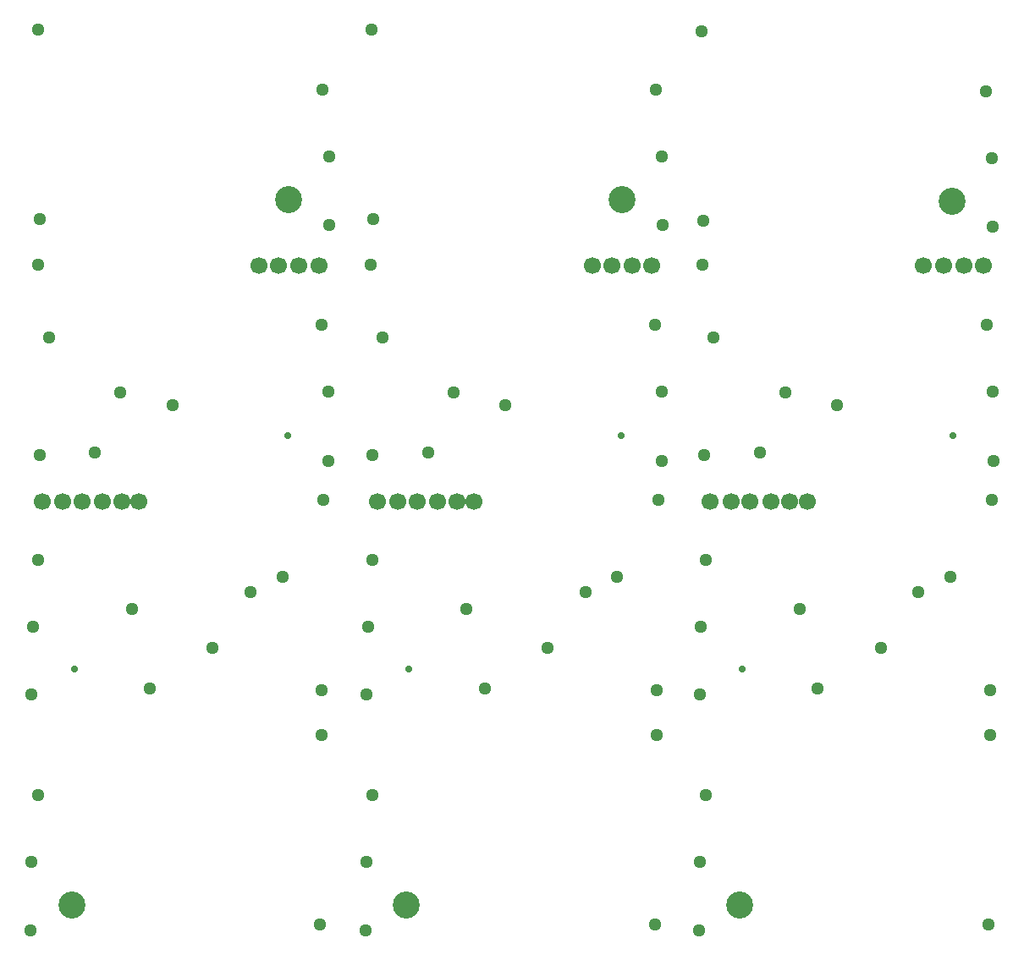
<source format=gbr>
G04 DipTrace 1.50*
%INbottom mask.gbr*%
%MOIN*%
%ADD10C,0.0098*%
%ADD11C,0.0055*%
%ADD12C,0.003*%
%ADD13C,0.0118*%
%ADD14C,0.016*%
%ADD15C,0.0197*%
%ADD16C,0.0157*%
%ADD17C,0.008*%
%ADD18C,0.0039*%
%ADD19C,0.0591*%
%ADD20R,0.0413X0.0315*%
%ADD21R,0.0394X0.0433*%
%ADD22R,0.063X0.0709*%
%ADD23R,0.0433X0.0394*%
%ADD24R,0.0512X0.0591*%
%ADD25R,0.0748X0.0256*%
%ADD26R,0.0571X0.0197*%
%ADD27R,0.0197X0.0571*%
%ADD28R,0.0256X0.0748*%
%ADD29C,0.043*%
%ADD30C,0.0984*%
%ADD31R,0.0709X0.063*%
%ADD32C,0.0433*%
%ADD33R,0.0866X0.0236*%
%ADD34R,0.063X0.0394*%
%ADD35R,0.2441X0.2126*%
%ADD36C,0.0315*%
%ADD37C,0.015*%
%ADD38C,0.0276*%
%ADD39C,0.0787*%
%ADD40R,0.252X0.2205*%
%ADD41R,0.2362X0.2047*%
%ADD42R,0.0709X0.0472*%
%ADD43R,0.0551X0.0315*%
%ADD44R,0.0945X0.0315*%
%ADD45R,0.0787X0.0157*%
%ADD46C,0.0512*%
%ADD47C,0.0354*%
%ADD48R,0.0787X0.0709*%
%ADD49R,0.063X0.0551*%
%ADD50C,0.1063*%
%ADD51C,0.0906*%
%ADD52C,0.0509*%
%ADD53C,0.0351*%
%ADD54R,0.0335X0.0827*%
%ADD55R,0.0177X0.0669*%
%ADD56R,0.0276X0.065*%
%ADD57R,0.0118X0.0492*%
%ADD58R,0.065X0.0276*%
%ADD59R,0.0492X0.0118*%
%ADD60R,0.0827X0.0335*%
%ADD61R,0.0669X0.0177*%
%ADD62R,0.0591X0.0669*%
%ADD63R,0.0433X0.0512*%
%ADD64R,0.0512X0.0472*%
%ADD65R,0.0354X0.0315*%
%ADD66R,0.0709X0.0787*%
%ADD67R,0.0551X0.063*%
%ADD68R,0.0472X0.0512*%
%ADD69R,0.0315X0.0354*%
%ADD70R,0.0492X0.0394*%
%ADD71R,0.0335X0.0236*%
%ADD72C,0.0669*%
%ADD73C,0.0077*%
%FSLAX44Y44*%
%SFA1B1*%
%OFA0B0*%
G04*
G70*
G90*
G75*
G01*
%LNBotMask*%
%LPD*%
D72*
X5214Y21549D3*
X7589D3*
D38*
X6463Y14940D3*
D72*
X6776Y21549D3*
D52*
X5033Y30874D3*
D50*
X6371Y5636D3*
D72*
X13737Y30831D3*
D52*
X16470Y25874D3*
X16220Y28500D3*
X5121Y32676D3*
X16519Y32440D3*
X5059Y40159D3*
D50*
X14908Y33439D3*
D52*
X16496Y35159D3*
X16246Y37786D3*
X16157Y4873D3*
X4759Y4636D3*
X16220Y12356D3*
X4782Y7356D3*
X5033Y9983D3*
D72*
X16099Y30831D3*
X15312D3*
X14525D3*
D52*
X8284Y25831D3*
X5469Y28016D3*
X7280Y23469D3*
X10332Y25339D3*
X5095Y23390D3*
X16493Y23154D3*
X4782Y13936D3*
X16282Y21623D3*
D38*
X14882Y24153D3*
D52*
X16219Y14123D3*
X4844Y16623D3*
X5032Y19248D3*
D72*
X9026Y21549D3*
D46*
X14672Y18582D3*
X13412Y17992D3*
X11922Y15791D3*
X9442Y14171D3*
X8727Y17303D3*
D72*
X8339Y21549D3*
X6026D3*
X18401D3*
X20776D3*
D38*
X19650Y14940D3*
D72*
X19964Y21549D3*
D52*
X18158Y30874D3*
D50*
X19558Y5636D3*
D72*
X26862Y30831D3*
D52*
X29595Y25874D3*
X29344Y28500D3*
X18246Y32676D3*
X29644Y32440D3*
X18184Y40159D3*
D50*
X28033Y33439D3*
D52*
X29621Y35159D3*
X29371Y37786D3*
X29345Y4873D3*
X17947Y4636D3*
X29407Y12356D3*
X17970Y7356D3*
X18220Y9983D3*
D72*
X29224Y30831D3*
X28437D3*
X27649D3*
D52*
X21409Y25831D3*
X18594Y28016D3*
X20405Y23469D3*
X23457Y25339D3*
X18220Y23390D3*
X29618Y23154D3*
X17969Y13936D3*
X29469Y21623D3*
D38*
X28007Y24153D3*
D52*
X29407Y14123D3*
X18032Y16623D3*
X18219Y19248D3*
D72*
X22214Y21549D3*
D46*
X27859Y18582D3*
X26599Y17992D3*
X25109Y15791D3*
X22629Y14171D3*
X21914Y17303D3*
D72*
X21527Y21549D3*
X19214D3*
X31526D3*
X33901D3*
D38*
X32775Y14940D3*
D72*
X33089Y21549D3*
D52*
X31220Y30874D3*
D50*
X32683Y5636D3*
D72*
X39925Y30831D3*
D52*
X42658Y25874D3*
X42407Y28500D3*
X31246Y32613D3*
X42644Y32377D3*
X31184Y40097D3*
D50*
X41033Y33376D3*
D52*
X42621Y35097D3*
X42371Y37723D3*
X42470Y4873D3*
X31072Y4636D3*
X42532Y12356D3*
X31094Y7356D3*
X31345Y9983D3*
D72*
X42287Y30831D3*
X41499D3*
X40712D3*
D52*
X34472Y25831D3*
X31657Y28016D3*
X33468Y23469D3*
X36519Y25339D3*
X31283Y23390D3*
X42680Y23154D3*
X31094Y13936D3*
X42594Y21623D3*
D38*
X41069Y24153D3*
D52*
X42532Y14123D3*
X31157Y16623D3*
X31344Y19248D3*
D72*
X35339Y21549D3*
D46*
X40984Y18582D3*
X39724Y17992D3*
X38234Y15791D3*
X35754Y14171D3*
X35039Y17303D3*
D72*
X34651Y21549D3*
X32339D3*
M02*

</source>
